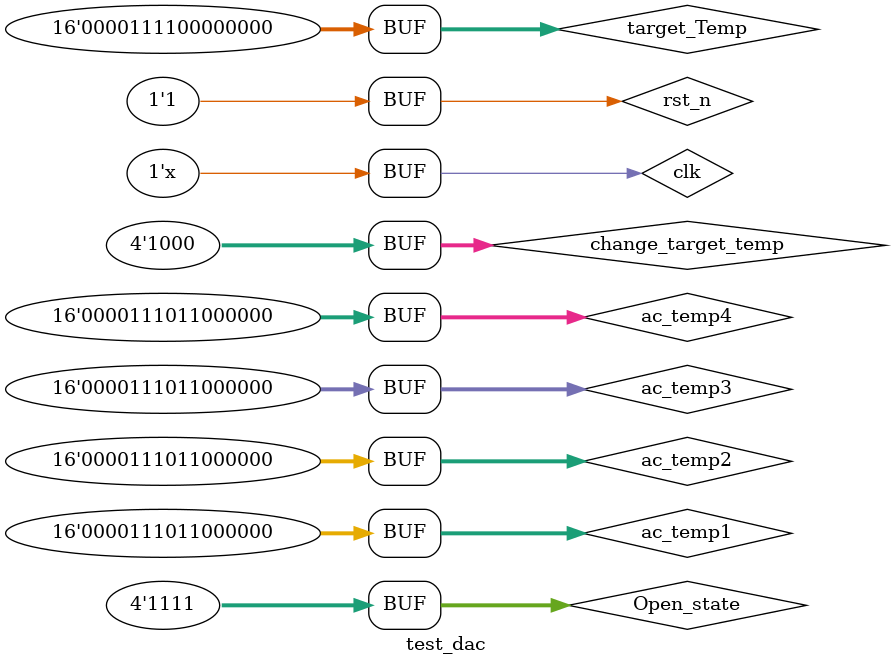
<source format=v>
`timescale 1ns / 1ps


module test_dac();

reg  clk;
reg  rst_n;

initial begin
    clk <= 1'b0;
    rst_n <= 1'b1;
    #20
    rst_n <= 1'b0;
    #20
    rst_n <= 1'b1;
end

always #10 clk <= ~clk;

// reg [7:0]           Volte_change;
// reg [16*8-1:0]      Volte;
// reg [7:0]           Channel_en;
// reg                 Channel_en_valid;
// reg [31:0]          cnt;
// wire                da_init_done;

// always@(posedge clk or negedge rst_n)begin
//     if(!rst_n)begin
//         cnt <= 0;
//         Volte_change <= 0;
//         Volte <= 0;
//         Channel_en <= 0;
//         Channel_en_valid <= 0;
//     end
//     else if (cnt==5) begin
//         Channel_en <= 8'b11111111;
//         Channel_en_valid <= 1'b1; 
//         cnt <= 6;
//     end
//     else if (cnt==6) begin
//         Channel_en_valid <= 1'b0;
//         cnt <= 7;
//     end
//     else if(cnt==7)begin
//         Volte_change <= 8'b11111111;
//         Volte[16*1-1-:16] <= 16'h0000;
//         Volte[16*2-1-:16] <= 16'h0000;
//         Volte[16*3-1-:16] <= 16'h0000;
//         Volte[16*4-1-:16] <= 16'h0000;
//         Volte[16*5-1-:16] <= 16'h3fff;
//         Volte[16*6-1-:16] <= 16'h3fff;
//         Volte[16*7-1-:16] <= 16'h2EB2;
//         Volte[16*8-1-:16] <= 16'h2EB2;
//         cnt <= 8;
//         Channel_en <= 0;
//     end
//     else if (cnt==8) begin
//         Volte_change <= 0;
//         Volte <= 0;
//     end
//     else if(cnt<8&&da_init_done)begin
//         cnt <= cnt + 1'b1;
//     end
// end

// DAC_5676 DAC_5676_new(
//     .clk                (clk),
//     .rst_n              (rst_n),
//     // 改变电压
//     .Volte_change       (Volte_change),
//     .Volte              (Volte),
//     // 关闭通道
//     .Channel_en         (Channel_en),
//     .Channel_en_valid   (Channel_en_valid),
//     .MOSI               (MOSI),
//     .SCLK               (SCLK),
//     .CS                 (CS),
//     .MISO               (MISO),
//     .da_init_done       (da_init_done)
// );

// wire DAC1_MOSI;
// wire DAC1_SCLK;
// wire DAC1_CS;
// wire DAC1_LDAC;
// wire DAC1_RST;
// wire DAC1_MISO;
// wire DAC2_MOSI;
// wire DAC2_SCLK;
// wire DAC2_CS;
// wire DAC2_LDAC;
// wire DAC2_RST;
// wire DAC2_MISO;
// reg [31:0] cmd;
// reg cmd_valid;

// initial begin
//     #5000000
//     // 打开通道
//     cmd <= {8'h00, 8'h01, 8'h00, 8'h00};
//     cmd_valid <= 1'b1;
//     #20
//     cmd_valid <= 1'b0;
//     #10000
//     cmd <= {8'h00, 8'h02, 8'h00, 8'h00};
//     cmd_valid <= 1'b1;
//     #20
//     cmd_valid <= 1'b0;
//     #10000
//     cmd <= {8'h00, 8'h03, 8'h00, 8'h00};
//     cmd_valid <= 1'b1;
//     #20
//     cmd_valid <= 1'b0;
//     #10000
//     cmd <= {8'h00, 8'h04, 8'h00, 8'h00};
//     cmd_valid <= 1'b1;
//     #20
//     cmd_valid <= 1'b0;
//     #10000
//     // 设置温度
//     cmd <= {8'h01, 8'h01, 8'h00, 8'hff};
//     cmd_valid <= 1'b1;
//     #20
//     cmd_valid <= 1'b0;
//     #10000
//     cmd <= {8'h01, 8'h02, 8'h00, 8'hff};
//     cmd_valid <= 1'b1;
//     #20
//     cmd_valid <= 1'b0;
//     #10000
//     cmd <= {8'h01, 8'h03, 8'h00, 8'hff};
//     cmd_valid <= 1'b1;
//     #20
//     cmd_valid <= 1'b0;
//     #10000
//     cmd <= {8'h01, 8'h04, 8'h00, 8'hff};
//     cmd_valid <= 1'b1;
//     #20
//     cmd_valid <= 1'b0;
//     #10000
//     // 设置电压
//     cmd <= {8'h02, 8'h01, 8'h00, 8'hff};
//     cmd_valid <= 1'b1;
//     #20
//     cmd_valid <= 1'b0;
//     #10000
//     cmd <= {8'h02, 8'h02, 8'h00, 8'hff};
//     cmd_valid <= 1'b1;
//     #20
//     cmd_valid <= 1'b0;
//     #10000
//     cmd <= {8'h02, 8'h03, 8'h00, 8'hff};
//     cmd_valid <= 1'b1;
//     #20
//     cmd_valid <= 1'b0;
//     #10000
//     cmd <= {8'h02, 8'h04, 8'h00, 8'hff};
//     cmd_valid <= 1'b1;
//     #20
//     cmd_valid <= 1'b0;
//     #10000
//     // 设置电流
//     cmd <= {8'h03, 8'h01, 8'h00, 8'hff};
//     cmd_valid <= 1'b1;
//     #20
//     cmd_valid <= 1'b0;
//     #10000
//     cmd <= {8'h03, 8'h02, 8'h00, 8'hff};
//     cmd_valid <= 1'b1;
//     #20
//     cmd_valid <= 1'b0;
//     #10000
//     cmd <= {8'h03, 8'h03, 8'h00, 8'hff};
//     cmd_valid <= 1'b1;
//     #20
//     cmd_valid <= 1'b0;
//     #10000
//     cmd <= {8'h03, 8'h04, 8'h00, 8'hff};
//     cmd_valid <= 1'b1;
//     #20
//     cmd_valid <= 1'b0;
//     #10000 
//     // 关闭通道
//     cmd <= {8'h04, 8'h01, 8'h00, 8'h00};
//     cmd_valid <= 1'b1;
//     #20
//     cmd_valid <= 1'b0;
//     #10000
//     cmd <= {8'h04, 8'h02, 8'h00, 8'h00};
//     cmd_valid <= 1'b1;
//     #20
//     cmd_valid <= 1'b0;
//     #10000
//     cmd <= {8'h04, 8'h03, 8'h00, 8'h00};
//     cmd_valid <= 1'b1;
//     #20
//     cmd_valid <= 1'b0;
//     #10000
//     cmd <= {8'h04, 8'h04, 8'h00, 8'h00};
//     cmd_valid <= 1'b1;
//     #20
//     cmd_valid <= 1'b0;  
// end


// Multi_Channel_top Multi_Channel_top(
//     .clk            (clk),
//     .rst_n          (rst_n),

//     .DAC1_MOSI      (DAC1_MOSI),
//     .DAC1_SCLK      (DAC1_SCLK),
//     .DAC1_CS        (DAC1_CS),
//     .DAC1_LDAC      (DAC1_LDAC),
//     .DAC1_RST       (DAC1_RST),
//     .DAC1_MISO      (DAC1_MISO),

//     .DAC2_MOSI      (DAC2_MOSI),
//     .DAC2_SCLK      (DAC2_SCLK),
//     .DAC2_CS        (DAC2_CS),
//     .DAC2_LDAC      (DAC2_LDAC),
//     .DAC2_RST       (DAC2_RST),
//     .DAC2_MISO      (DAC2_MISO),

//     // .AD_data_1          (AD_data_1),
//     // .AD_busy_1          (AD_busy_1),
//     // .AD_first_data_1    (AD_first_data_1),
//     // .AD_os_1            (AD_os_1),
//     // .AD_cs_1            (AD_cs_1),
//     // .AD_rd_1            (AD_rd_1),
//     // .AD_reset_1         (AD_reset_1),
//     // .AD_convstab_1      (AD_convstab_1)，

//     .cmd                (cmd),
//     .cmd_valid          (cmd_valid)   
// );

// reg  [15:0] target_Temp;
// reg  [3:0]  change_target_temp;
// wire [15:0] ac_temp1;
// wire [15:0] ac_temp2;
// wire [15:0] ac_temp3;
// wire [15:0] ac_temp4;
// wire [15:0] AD_temp_1;
// wire [15:0] AD_temp_2;
// wire [15:0] AD_temp_3;
// wire [15:0] AD_temp_4;
// wire        AD_temp_valid1;
// wire        AD_temp_valid2;
// wire        AD_temp_valid3;
// wire        AD_temp_valid4;
// reg  [3:0]  Open_state;

// assign ac_temp1 = 20;
// assign ac_temp2 = 20;
// assign ac_temp3 = 20;
// assign ac_temp4 = 20;

// initial begin
//     #10000
//     target_Temp <= 15;
//     change_target_temp <= 4'b0001;
//     #20
//     target_Temp <= 16;
//     change_target_temp <= 4'b0010;
//     #20
//     target_Temp <= 17;
//     change_target_temp <= 4'b0100;
//     #20
//     target_Temp <= 18;
//     change_target_temp <= 4'b1000;
//     #100
//     Open_state <= 4'b1111;
// end

// pid_contorl pid_contorl(
//     .clk                    (clk),
//     .rst_n                  (rst_n),
//     .target_Temp            (target_Temp),
//     .change_target_temp    (change_target_temp),
//     .ac_temp1               (ac_temp1),
//     .ac_temp2               (ac_temp2),
//     .ac_temp3               (ac_temp3),
//     .ac_temp4               (ac_temp4),
//     .AD_temp_1              (AD_temp_1),
//     .AD_temp_2              (AD_temp_2),
//     .AD_temp_3              (AD_temp_3),
//     .AD_temp_4              (AD_temp_4),
//     .AD_temp_valid1         (AD_temp_valid1),
//     .AD_temp_valid2         (AD_temp_valid2),
//     .AD_temp_valid3         (AD_temp_valid3),
//     .AD_temp_valid4         (AD_temp_valid4),
//     .Open_state             (Open_state)
// );

// test test(
//     .clk            (clk),
//     .rst_n          (rst_n),
//     .open_state     (4'b0001)    
// );

reg [15:0]     ac_temp1;
reg [15:0]     ac_temp2;
reg [15:0]     ac_temp3;
reg [15:0]     ac_temp4;
reg [3:0]      change_target_temp;
reg [15:0]     target_Temp;
reg [3:0]      Open_state;

initial begin
    ac_temp1 <= 16'h0ec0;
    ac_temp2 <= 16'h0ec0;
    ac_temp3 <= 16'h0ec0;
    ac_temp4 <= 16'h0ec0;
    Open_state <= 4'b0000;
    #100
    change_target_temp <= 4'b0001;
    target_Temp <= 16'h0ec0;
    Open_state <= 4'b0001;
    #100
    change_target_temp <= 4'b0010;
    target_Temp <= 16'h0ec0;
    Open_state <= 4'b0011;
    #100
    change_target_temp <= 4'b0100;
    target_Temp <= 16'h0ec0;
    Open_state <= 4'b0111;
    #100
    change_target_temp <= 4'b1000;
    target_Temp <= 16'h0ec0;
    Open_state <= 4'b1111;
    #1000
    change_target_temp <= 4'b0001;
    target_Temp <= 16'h0f00;
    #1000
    change_target_temp <= 4'b0010;
    target_Temp <= 16'h0f00;
    #1000
    change_target_temp <= 4'b0100;
    target_Temp <= 16'h0f00;
    #1000
    change_target_temp <= 4'b1000;
    target_Temp <= 16'h0f00;
end



pid_contorl pid_contorl(
    .clk                    (clk),
    .rst_n                  (rst_n),
    .target_Temp            (target_Temp),
    .change_target_temp     (change_target_temp),
    .ac_temp1               (ac_temp1),
    .ac_temp2               (ac_temp2),
    .ac_temp3               (ac_temp3),
    .ac_temp4               (ac_temp4),
    .AD_temp_1              (AD_temp_1),
    .AD_temp_2              (AD_temp_2),
    .AD_temp_3              (AD_temp_3),
    .AD_temp_4              (AD_temp_4),
    .AD_temp_valid1         (AD_temp_valid1),
    .AD_temp_valid2         (AD_temp_valid2),
    .AD_temp_valid3         (AD_temp_valid3),
    .AD_temp_valid4         (AD_temp_valid4),
    .Open_state             (Open_state)
);


endmodule

</source>
